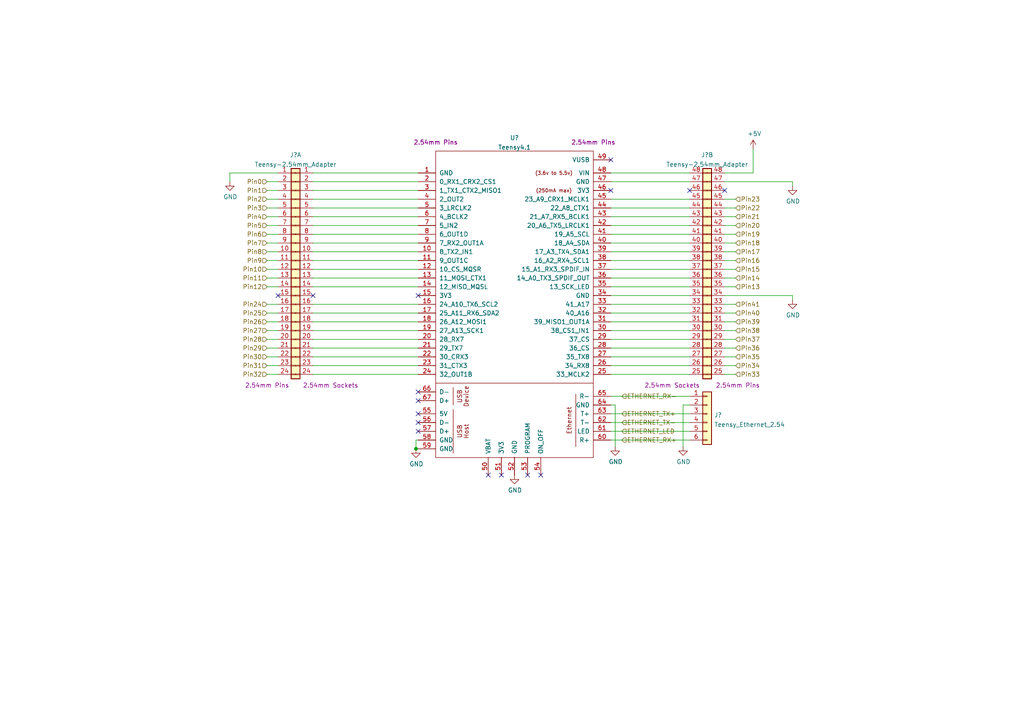
<source format=kicad_sch>
(kicad_sch (version 20211123) (generator eeschema)
  (paper "A4")
  (lib_symbols
    (symbol "Connector_Generic:Conn_01x06" (pin_names (offset 1.016) hide)
      (property "Reference" "J" (at 0 7.62 0))
      (property "Value" "Conn_01x06" (at 0 -10.16 0))
      (symbol "Conn_01x06_1_1"
        (rectangle (start -1.27 -7.493) (end 0 -7.747) (stroke (width 0.1524)))
        (rectangle (start -1.27 -4.953) (end 0 -5.207) (stroke (width 0.1524)))
        (rectangle (start -1.27 -2.413) (end 0 -2.667) (stroke (width 0.1524)))
        (rectangle (start -1.27 0.127) (end 0 -0.127) (stroke (width 0.1524)))
        (rectangle (start -1.27 2.667) (end 0 2.413) (stroke (width 0.1524)))
        (rectangle (start -1.27 5.207) (end 0 4.953) (stroke (width 0.1524)))
        (rectangle (start -1.27 6.35) (end 1.27 -8.89) (stroke (width 0.254)) (fill (type background)))
        (pin passive line (at -5.08 5.08 0) (length 3.81) (name "Pin_1") (number "1"))
        (pin passive line (at -5.08 2.54 0) (length 3.81) (name "Pin_2") (number "2"))
        (pin passive line (at -5.08 0 0) (length 3.81) (name "Pin_3") (number "3"))
        (pin passive line (at -5.08 -2.54 0) (length 3.81) (name "Pin_4") (number "4"))
        (pin passive line (at -5.08 -5.08 0) (length 3.81) (name "Pin_5") (number "5"))
        (pin passive line (at -5.08 -7.62 0) (length 3.81) (name "Pin_6") (number "6"))
      )
    )
    (symbol "Nav_Board:Teensy-2.54mm_Adapter"
      (property "Reference" "J" (at 0 1.905 0))
      (property "Value" "Teensy-2.54mm_Adapter" (at 0 4.445 0))
      (symbol "Teensy-2.54mm_Adapter_1_1"
        (rectangle (start -1.27 -60.96) (end 1.27 0) (stroke (width 0.254)) (fill (type background)))
        (rectangle (start -1.27 -59.563) (end 0 -59.817) (stroke (width 0.1524)))
        (rectangle (start -1.27 -57.023) (end 0 -57.277) (stroke (width 0.1524)))
        (rectangle (start -1.27 -54.483) (end 0 -54.737) (stroke (width 0.1524)))
        (rectangle (start -1.27 -51.943) (end 0 -52.197) (stroke (width 0.1524)))
        (rectangle (start -1.27 -49.403) (end 0 -49.657) (stroke (width 0.1524)))
        (rectangle (start -1.27 -46.863) (end 0 -47.117) (stroke (width 0.1524)))
        (rectangle (start -1.27 -44.323) (end 0 -44.577) (stroke (width 0.1524)))
        (rectangle (start -1.27 -41.783) (end 0 -42.037) (stroke (width 0.1524)))
        (rectangle (start -1.27 -39.243) (end 0 -39.497) (stroke (width 0.1524)))
        (rectangle (start -1.27 -36.703) (end 0 -36.957) (stroke (width 0.1524)))
        (rectangle (start -1.27 -34.163) (end 0 -34.417) (stroke (width 0.1524)))
        (rectangle (start -1.27 -31.623) (end 0 -31.877) (stroke (width 0.1524)))
        (rectangle (start -1.27 -29.083) (end 0 -29.337) (stroke (width 0.1524)))
        (rectangle (start -1.27 -26.543) (end 0 -26.797) (stroke (width 0.1524)))
        (rectangle (start -1.27 -24.003) (end 0 -24.257) (stroke (width 0.1524)))
        (rectangle (start -1.27 -21.463) (end 0 -21.717) (stroke (width 0.1524)))
        (rectangle (start -1.27 -18.923) (end 0 -19.177) (stroke (width 0.1524)))
        (rectangle (start -1.27 -16.383) (end 0 -16.637) (stroke (width 0.1524)))
        (rectangle (start -1.27 -13.843) (end 0 -14.097) (stroke (width 0.1524)))
        (rectangle (start -1.27 -11.303) (end 0 -11.557) (stroke (width 0.1524)))
        (rectangle (start -1.27 -8.763) (end 0 -9.017) (stroke (width 0.1524)))
        (rectangle (start -1.27 -6.223) (end 0 -6.477) (stroke (width 0.1524)))
        (rectangle (start -1.27 -3.683) (end 0 -3.937) (stroke (width 0.1524)))
        (rectangle (start -1.27 -1.143) (end 0 -1.397) (stroke (width 0.1524)))
        (rectangle (start -1.27 0) (end 1.27 -60.96) (stroke (width 0.254)) (fill (type background)))
        (rectangle (start 0 -59.817) (end 1.27 -59.563) (stroke (width 0.1524)))
        (rectangle (start 0 -57.277) (end 1.27 -57.023) (stroke (width 0.1524)))
        (rectangle (start 0 -54.737) (end 1.27 -54.483) (stroke (width 0.1524)))
        (rectangle (start 0 -52.197) (end 1.27 -51.943) (stroke (width 0.1524)))
        (rectangle (start 0 -49.657) (end 1.27 -49.403) (stroke (width 0.1524)))
        (rectangle (start 0 -47.117) (end 1.27 -46.863) (stroke (width 0.1524)))
        (rectangle (start 0 -44.577) (end 1.27 -44.323) (stroke (width 0.1524)))
        (rectangle (start 0 -42.037) (end 1.27 -41.783) (stroke (width 0.1524)))
        (rectangle (start 0 -39.497) (end 1.27 -39.243) (stroke (width 0.1524)))
        (rectangle (start 0 -36.957) (end 1.27 -36.703) (stroke (width 0.1524)))
        (rectangle (start 0 -34.417) (end 1.27 -34.163) (stroke (width 0.1524)))
        (rectangle (start 0 -31.877) (end 1.27 -31.623) (stroke (width 0.1524)))
        (rectangle (start 0 -29.337) (end 1.27 -29.083) (stroke (width 0.1524)))
        (rectangle (start 0 -26.797) (end 1.27 -26.543) (stroke (width 0.1524)))
        (rectangle (start 0 -24.257) (end 1.27 -24.003) (stroke (width 0.1524)))
        (rectangle (start 0 -21.717) (end 1.27 -21.463) (stroke (width 0.1524)))
        (rectangle (start 0 -19.177) (end 1.27 -18.923) (stroke (width 0.1524)))
        (rectangle (start 0 -16.637) (end 1.27 -16.383) (stroke (width 0.1524)))
        (rectangle (start 0 -14.097) (end 1.27 -13.843) (stroke (width 0.1524)))
        (rectangle (start 0 -11.557) (end 1.27 -11.303) (stroke (width 0.1524)))
        (rectangle (start 0 -9.017) (end 1.27 -8.763) (stroke (width 0.1524)))
        (rectangle (start 0 -6.477) (end 1.27 -6.223) (stroke (width 0.1524)))
        (rectangle (start 0 -3.937) (end 1.27 -3.683) (stroke (width 0.1524)))
        (rectangle (start 0 -1.397) (end 1.27 -1.143) (stroke (width 0.1524)))
        (pin passive line (at -5.08 -1.27 0) (length 3.81) (name "") (number "1"))
        (pin passive line (at 5.08 -1.27 180) (length 3.81) (name "") (number "1"))
        (pin passive line (at -5.08 -24.13 0) (length 3.81) (name "") (number "10"))
        (pin passive line (at 5.08 -24.13 180) (length 3.81) (name "") (number "10"))
        (pin passive line (at -5.08 -26.67 0) (length 3.81) (name "") (number "11"))
        (pin passive line (at 5.08 -26.67 180) (length 3.81) (name "") (number "11"))
        (pin passive line (at -5.08 -29.21 0) (length 3.81) (name "") (number "12"))
        (pin passive line (at 5.08 -29.21 180) (length 3.81) (name "") (number "12"))
        (pin passive line (at -5.08 -31.75 0) (length 3.81) (name "") (number "13"))
        (pin passive line (at 5.08 -31.75 180) (length 3.81) (name "") (number "13"))
        (pin passive line (at -5.08 -34.29 0) (length 3.81) (name "") (number "14"))
        (pin passive line (at 5.08 -34.29 180) (length 3.81) (name "") (number "14"))
        (pin passive line (at -5.08 -36.83 0) (length 3.81) (name "") (number "15"))
        (pin passive line (at 5.08 -36.83 180) (length 3.81) (name "") (number "15"))
        (pin passive line (at -5.08 -39.37 0) (length 3.81) (name "") (number "16"))
        (pin passive line (at 5.08 -39.37 180) (length 3.81) (name "") (number "16"))
        (pin passive line (at -5.08 -41.91 0) (length 3.81) (name "") (number "17"))
        (pin passive line (at 5.08 -41.91 180) (length 3.81) (name "") (number "17"))
        (pin passive line (at -5.08 -44.45 0) (length 3.81) (name "") (number "18"))
        (pin passive line (at 5.08 -44.45 180) (length 3.81) (name "") (number "18"))
        (pin passive line (at -5.08 -46.99 0) (length 3.81) (name "") (number "19"))
        (pin passive line (at 5.08 -46.99 180) (length 3.81) (name "") (number "19"))
        (pin passive line (at -5.08 -3.81 0) (length 3.81) (name "") (number "2"))
        (pin passive line (at 5.08 -3.81 180) (length 3.81) (name "") (number "2"))
        (pin passive line (at -5.08 -49.53 0) (length 3.81) (name "") (number "20"))
        (pin passive line (at 5.08 -49.53 180) (length 3.81) (name "") (number "20"))
        (pin passive line (at -5.08 -52.07 0) (length 3.81) (name "") (number "21"))
        (pin passive line (at 5.08 -52.07 180) (length 3.81) (name "") (number "21"))
        (pin passive line (at -5.08 -54.61 0) (length 3.81) (name "") (number "22"))
        (pin passive line (at 5.08 -54.61 180) (length 3.81) (name "") (number "22"))
        (pin passive line (at -5.08 -57.15 0) (length 3.81) (name "") (number "23"))
        (pin passive line (at 5.08 -57.15 180) (length 3.81) (name "") (number "23"))
        (pin passive line (at -5.08 -59.69 0) (length 3.81) (name "") (number "24"))
        (pin passive line (at 5.08 -59.69 180) (length 3.81) (name "") (number "24"))
        (pin passive line (at -5.08 -6.35 0) (length 3.81) (name "") (number "3"))
        (pin passive line (at 5.08 -6.35 180) (length 3.81) (name "") (number "3"))
        (pin passive line (at -5.08 -8.89 0) (length 3.81) (name "") (number "4"))
        (pin passive line (at 5.08 -8.89 180) (length 3.81) (name "") (number "4"))
        (pin passive line (at -5.08 -11.43 0) (length 3.81) (name "") (number "5"))
        (pin passive line (at 5.08 -11.43 180) (length 3.81) (name "") (number "5"))
        (pin passive line (at -5.08 -13.97 0) (length 3.81) (name "") (number "6"))
        (pin passive line (at 5.08 -13.97 180) (length 3.81) (name "") (number "6"))
        (pin passive line (at -5.08 -16.51 0) (length 3.81) (name "") (number "7"))
        (pin passive line (at 5.08 -16.51 180) (length 3.81) (name "") (number "7"))
        (pin passive line (at -5.08 -19.05 0) (length 3.81) (name "") (number "8"))
        (pin passive line (at 5.08 -19.05 180) (length 3.81) (name "") (number "8"))
        (pin passive line (at -5.08 -21.59 0) (length 3.81) (name "") (number "9"))
        (pin passive line (at 5.08 -21.59 180) (length 3.81) (name "") (number "9"))
      )
      (symbol "Teensy-2.54mm_Adapter_2_1"
        (rectangle (start -1.27 -60.96) (end 1.27 0) (stroke (width 0.254)) (fill (type background)))
        (rectangle (start -1.27 -59.563) (end 0 -59.817) (stroke (width 0.1524)))
        (rectangle (start -1.27 -57.023) (end 0 -57.277) (stroke (width 0.1524)))
        (rectangle (start -1.27 -54.483) (end 0 -54.737) (stroke (width 0.1524)))
        (rectangle (start -1.27 -51.943) (end 0 -52.197) (stroke (width 0.1524)))
        (rectangle (start -1.27 -49.403) (end 0 -49.657) (stroke (width 0.1524)))
        (rectangle (start -1.27 -46.863) (end 0 -47.117) (stroke (width 0.1524)))
        (rectangle (start -1.27 -44.323) (end 0 -44.577) (stroke (width 0.1524)))
        (rectangle (start -1.27 -41.783) (end 0 -42.037) (stroke (width 0.1524)))
        (rectangle (start -1.27 -39.243) (end 0 -39.497) (stroke (width 0.1524)))
        (rectangle (start -1.27 -36.703) (end 0 -36.957) (stroke (width 0.1524)))
        (rectangle (start -1.27 -34.163) (end 0 -34.417) (stroke (width 0.1524)))
        (rectangle (start -1.27 -31.623) (end 0 -31.877) (stroke (width 0.1524)))
        (rectangle (start -1.27 -29.083) (end 0 -29.337) (stroke (width 0.1524)))
        (rectangle (start -1.27 -26.543) (end 0 -26.797) (stroke (width 0.1524)))
        (rectangle (start -1.27 -24.003) (end 0 -24.257) (stroke (width 0.1524)))
        (rectangle (start -1.27 -21.463) (end 0 -21.717) (stroke (width 0.1524)))
        (rectangle (start -1.27 -18.923) (end 0 -19.177) (stroke (width 0.1524)))
        (rectangle (start -1.27 -16.383) (end 0 -16.637) (stroke (width 0.1524)))
        (rectangle (start -1.27 -13.843) (end 0 -14.097) (stroke (width 0.1524)))
        (rectangle (start -1.27 -11.303) (end 0 -11.557) (stroke (width 0.1524)))
        (rectangle (start -1.27 -8.763) (end 0 -9.017) (stroke (width 0.1524)))
        (rectangle (start -1.27 -6.223) (end 0 -6.477) (stroke (width 0.1524)))
        (rectangle (start -1.27 -3.683) (end 0 -3.937) (stroke (width 0.1524)))
        (rectangle (start -1.27 -1.143) (end 0 -1.397) (stroke (width 0.1524)))
        (rectangle (start -1.27 0) (end 1.27 -60.96) (stroke (width 0.254)) (fill (type background)))
        (rectangle (start 0 -59.817) (end 1.27 -59.563) (stroke (width 0.1524)))
        (rectangle (start 0 -57.277) (end 1.27 -57.023) (stroke (width 0.1524)))
        (rectangle (start 0 -54.737) (end 1.27 -54.483) (stroke (width 0.1524)))
        (rectangle (start 0 -52.197) (end 1.27 -51.943) (stroke (width 0.1524)))
        (rectangle (start 0 -49.657) (end 1.27 -49.403) (stroke (width 0.1524)))
        (rectangle (start 0 -47.117) (end 1.27 -46.863) (stroke (width 0.1524)))
        (rectangle (start 0 -44.577) (end 1.27 -44.323) (stroke (width 0.1524)))
        (rectangle (start 0 -42.037) (end 1.27 -41.783) (stroke (width 0.1524)))
        (rectangle (start 0 -39.497) (end 1.27 -39.243) (stroke (width 0.1524)))
        (rectangle (start 0 -36.957) (end 1.27 -36.703) (stroke (width 0.1524)))
        (rectangle (start 0 -34.417) (end 1.27 -34.163) (stroke (width 0.1524)))
        (rectangle (start 0 -31.877) (end 1.27 -31.623) (stroke (width 0.1524)))
        (rectangle (start 0 -29.337) (end 1.27 -29.083) (stroke (width 0.1524)))
        (rectangle (start 0 -26.797) (end 1.27 -26.543) (stroke (width 0.1524)))
        (rectangle (start 0 -24.257) (end 1.27 -24.003) (stroke (width 0.1524)))
        (rectangle (start 0 -21.717) (end 1.27 -21.463) (stroke (width 0.1524)))
        (rectangle (start 0 -19.177) (end 1.27 -18.923) (stroke (width 0.1524)))
        (rectangle (start 0 -16.637) (end 1.27 -16.383) (stroke (width 0.1524)))
        (rectangle (start 0 -14.097) (end 1.27 -13.843) (stroke (width 0.1524)))
        (rectangle (start 0 -11.557) (end 1.27 -11.303) (stroke (width 0.1524)))
        (rectangle (start 0 -9.017) (end 1.27 -8.763) (stroke (width 0.1524)))
        (rectangle (start 0 -6.477) (end 1.27 -6.223) (stroke (width 0.1524)))
        (rectangle (start 0 -3.937) (end 1.27 -3.683) (stroke (width 0.1524)))
        (rectangle (start 0 -1.397) (end 1.27 -1.143) (stroke (width 0.1524)))
        (pin passive line (at -5.08 -59.69 0) (length 3.81) (name "") (number "25"))
        (pin passive line (at 5.08 -59.69 180) (length 3.81) (name "") (number "25"))
        (pin passive line (at -5.08 -57.15 0) (length 3.81) (name "") (number "26"))
        (pin passive line (at 5.08 -57.15 180) (length 3.81) (name "") (number "26"))
        (pin passive line (at -5.08 -54.61 0) (length 3.81) (name "") (number "27"))
        (pin passive line (at 5.08 -54.61 180) (length 3.81) (name "") (number "27"))
        (pin passive line (at -5.08 -52.07 0) (length 3.81) (name "") (number "28"))
        (pin passive line (at 5.08 -52.07 180) (length 3.81) (name "") (number "28"))
        (pin passive line (at -5.08 -49.53 0) (length 3.81) (name "") (number "29"))
        (pin passive line (at 5.08 -49.53 180) (length 3.81) (name "") (number "29"))
        (pin passive line (at -5.08 -46.99 0) (length 3.81) (name "") (number "30"))
        (pin passive line (at 5.08 -46.99 180) (length 3.81) (name "") (number "30"))
        (pin passive line (at -5.08 -44.45 0) (length 3.81) (name "") (number "31"))
        (pin passive line (at 5.08 -44.45 180) (length 3.81) (name "") (number "31"))
        (pin passive line (at -5.08 -41.91 0) (length 3.81) (name "") (number "32"))
        (pin passive line (at 5.08 -41.91 180) (length 3.81) (name "") (number "32"))
        (pin passive line (at -5.08 -39.37 0) (length 3.81) (name "") (number "33"))
        (pin passive line (at 5.08 -39.37 180) (length 3.81) (name "") (number "33"))
        (pin passive line (at -5.08 -36.83 0) (length 3.81) (name "") (number "34"))
        (pin passive line (at 5.08 -36.83 180) (length 3.81) (name "") (number "34"))
        (pin passive line (at -5.08 -34.29 0) (length 3.81) (name "") (number "35"))
        (pin passive line (at 5.08 -34.29 180) (length 3.81) (name "") (number "35"))
        (pin passive line (at -5.08 -31.75 0) (length 3.81) (name "") (number "36"))
        (pin passive line (at 5.08 -31.75 180) (length 3.81) (name "") (number "36"))
        (pin passive line (at -5.08 -29.21 0) (length 3.81) (name "") (number "37"))
        (pin passive line (at 5.08 -29.21 180) (length 3.81) (name "") (number "37"))
        (pin passive line (at -5.08 -26.67 0) (length 3.81) (name "") (number "38"))
        (pin passive line (at 5.08 -26.67 180) (length 3.81) (name "") (number "38"))
        (pin passive line (at -5.08 -24.13 0) (length 3.81) (name "") (number "39"))
        (pin passive line (at 5.08 -24.13 180) (length 3.81) (name "") (number "39"))
        (pin passive line (at -5.08 -21.59 0) (length 3.81) (name "") (number "40"))
        (pin passive line (at 5.08 -21.59 180) (length 3.81) (name "") (number "40"))
        (pin passive line (at -5.08 -19.05 0) (length 3.81) (name "") (number "41"))
        (pin passive line (at 5.08 -19.05 180) (length 3.81) (name "") (number "41"))
        (pin passive line (at -5.08 -16.51 0) (length 3.81) (name "") (number "42"))
        (pin passive line (at 5.08 -16.51 180) (length 3.81) (name "") (number "42"))
        (pin passive line (at -5.08 -13.97 0) (length 3.81) (name "") (number "43"))
        (pin passive line (at 5.08 -13.97 180) (length 3.81) (name "") (number "43"))
        (pin passive line (at -5.08 -11.43 0) (length 3.81) (name "") (number "44"))
        (pin passive line (at 5.08 -11.43 180) (length 3.81) (name "") (number "44"))
        (pin passive line (at -5.08 -8.89 0) (length 3.81) (name "") (number "45"))
        (pin passive line (at 5.08 -8.89 180) (length 3.81) (name "") (number "45"))
        (pin passive line (at -5.08 -6.35 0) (length 3.81) (name "") (number "46"))
        (pin passive line (at 5.08 -6.35 180) (length 3.81) (name "") (number "46"))
        (pin passive line (at -5.08 -3.81 0) (length 3.81) (name "") (number "47"))
        (pin passive line (at 5.08 -3.81 180) (length 3.81) (name "") (number "47"))
        (pin passive line (at -5.08 -1.27 0) (length 3.81) (name "") (number "48"))
        (pin passive line (at 5.08 -1.27 180) (length 3.81) (name "") (number "48"))
      )
    )
    (symbol "power:+5V" (power) (pin_names (offset 0))
      (property "Value" "+5V" (at 0 3.556 0))
      (symbol "+5V_0_1"
        (polyline (pts (xy -0.762 1.27) (xy 0 2.54)))
        (polyline (pts (xy 0 0) (xy 0 2.54)))
        (polyline (pts (xy 0 2.54) (xy 0.762 1.27)))
      )
      (symbol "+5V_1_1"
        (pin power_in line (at 0 0 90) (length 0) hide (name "+5V") (number "1"))
      )
    )
    (symbol "power:GND" (power) (pin_names (offset 0))
      (property "Value" "GND" (at 0 -3.81 0))
      (symbol "GND_0_1"
        (polyline (pts (xy 0 0) (xy 0 -1.27) (xy 1.27 -1.27) (xy 0 -2.54) (xy -1.27 -1.27) (xy 0 -1.27)))
      )
      (symbol "GND_1_1"
        (pin power_in line (at 0 0 270) (length 0) hide (name "GND") (number "1"))
      )
    )
    (symbol "teensy:Teensy4.1" (pin_names (offset 1.016))
      (property "Reference" "U" (at 0 64.77 0))
      (property "Value" "Teensy4.1" (at 0 62.23 0))
      (symbol "Teensy4.1_0_0"
        (polyline (pts (xy -22.86 -6.35) (xy 22.86 -6.35)))
        (polyline (pts (xy -17.78 -26.67) (xy -17.78 -13.97)))
        (polyline (pts (xy -17.78 -7.62) (xy -17.78 -12.7)))
        (polyline (pts (xy 17.78 -9.525) (xy 17.78 -24.765)))
        (text "(250mA max)" (at 11.43 49.53 0) (effects (font (size 1.016 1.016))))
        (text "(3.6v to 5.5v)" (at 11.43 54.61 0) (effects (font (size 1.016 1.016))))
        (text "Device" (at -13.97 -10.16 900) (effects (font (size 1.27 1.27))))
        (text "Ethernet" (at 15.875 -17.145 900) (effects (font (size 1.27 1.27))))
        (text "Host" (at -13.97 -20.32 900) (effects (font (size 1.27 1.27))))
        (text "USB" (at -15.875 -20.32 900) (effects (font (size 1.27 1.27))))
        (text "USB" (at -15.875 -10.16 900) (effects (font (size 1.27 1.27))))
        (pin bidirectional line (at -27.94 31.75 0) (length 5.08) (name "8_TX2_IN1") (number "10"))
        (pin bidirectional line (at -27.94 29.21 0) (length 5.08) (name "9_OUT1C") (number "11"))
        (pin bidirectional line (at -27.94 26.67 0) (length 5.08) (name "10_CS_MQSR") (number "12"))
        (pin bidirectional line (at -27.94 24.13 0) (length 5.08) (name "11_MOSI_CTX1") (number "13"))
        (pin bidirectional line (at -27.94 21.59 0) (length 5.08) (name "12_MISO_MQSL") (number "14"))
        (pin power_in line (at -27.94 19.05 0) (length 5.08) (name "3V3") (number "15"))
        (pin bidirectional line (at -27.94 16.51 0) (length 5.08) (name "24_A10_TX6_SCL2") (number "16"))
        (pin bidirectional line (at -27.94 13.97 0) (length 5.08) (name "25_A11_RX6_SDA2") (number "17"))
        (pin bidirectional line (at -27.94 11.43 0) (length 5.08) (name "26_A12_MOSI1") (number "18"))
        (pin bidirectional line (at -27.94 8.89 0) (length 5.08) (name "27_A13_SCK1") (number "19"))
        (pin bidirectional line (at -27.94 6.35 0) (length 5.08) (name "28_RX7") (number "20"))
        (pin bidirectional line (at -27.94 3.81 0) (length 5.08) (name "29_TX7") (number "21"))
        (pin bidirectional line (at -27.94 1.27 0) (length 5.08) (name "30_CRX3") (number "22"))
        (pin bidirectional line (at -27.94 -1.27 0) (length 5.08) (name "31_CTX3") (number "23"))
        (pin bidirectional line (at -27.94 -3.81 0) (length 5.08) (name "32_OUT1B") (number "24"))
        (pin bidirectional line (at 27.94 -3.81 180) (length 5.08) (name "33_MCLK2") (number "25"))
        (pin bidirectional line (at 27.94 -1.27 180) (length 5.08) (name "34_RX8") (number "26"))
        (pin bidirectional line (at 27.94 1.27 180) (length 5.08) (name "35_TX8") (number "27"))
        (pin bidirectional line (at 27.94 3.81 180) (length 5.08) (name "36_CS") (number "28"))
        (pin bidirectional line (at 27.94 6.35 180) (length 5.08) (name "37_CS") (number "29"))
        (pin bidirectional line (at 27.94 8.89 180) (length 5.08) (name "38_CS1_IN1") (number "30"))
        (pin bidirectional line (at 27.94 11.43 180) (length 5.08) (name "39_MISO1_OUT1A") (number "31"))
        (pin bidirectional line (at 27.94 13.97 180) (length 5.08) (name "40_A16") (number "32"))
        (pin bidirectional line (at 27.94 16.51 180) (length 5.08) (name "41_A17") (number "33"))
        (pin bidirectional line (at 27.94 21.59 180) (length 5.08) (name "13_SCK_LED") (number "35"))
        (pin bidirectional line (at 27.94 24.13 180) (length 5.08) (name "14_A0_TX3_SPDIF_OUT") (number "36"))
        (pin bidirectional line (at 27.94 26.67 180) (length 5.08) (name "15_A1_RX3_SPDIF_IN") (number "37"))
        (pin bidirectional line (at 27.94 29.21 180) (length 5.08) (name "16_A2_RX4_SCL1") (number "38"))
        (pin bidirectional line (at 27.94 31.75 180) (length 5.08) (name "17_A3_TX4_SDA1") (number "39"))
        (pin bidirectional line (at 27.94 34.29 180) (length 5.08) (name "18_A4_SDA") (number "40"))
        (pin bidirectional line (at 27.94 36.83 180) (length 5.08) (name "19_A5_SCL") (number "41"))
        (pin bidirectional line (at 27.94 39.37 180) (length 5.08) (name "20_A6_TX5_LRCLK1") (number "42"))
        (pin bidirectional line (at 27.94 41.91 180) (length 5.08) (name "21_A7_RX5_BCLK1") (number "43"))
        (pin bidirectional line (at 27.94 44.45 180) (length 5.08) (name "22_A8_CTX1") (number "44"))
        (pin bidirectional line (at 27.94 46.99 180) (length 5.08) (name "23_A9_CRX1_MCLK1") (number "45"))
        (pin output line (at 27.94 49.53 180) (length 5.08) (name "3V3") (number "46"))
        (pin output line (at 27.94 52.07 180) (length 5.08) (name "GND") (number "47"))
        (pin power_in line (at 27.94 54.61 180) (length 5.08) (name "VIN") (number "48"))
        (pin power_out line (at 27.94 58.42 180) (length 5.08) (name "VUSB") (number "49"))
        (pin bidirectional line (at -27.94 44.45 0) (length 5.08) (name "3_LRCLK2") (number "5"))
        (pin power_in line (at -7.62 -33.02 90) (length 5.08) (name "VBAT") (number "50"))
        (pin power_in line (at -3.81 -33.02 90) (length 5.08) (name "3V3") (number "51"))
        (pin input line (at 0 -33.02 90) (length 5.08) (name "GND") (number "52"))
        (pin input line (at 3.81 -33.02 90) (length 5.08) (name "PROGRAM") (number "53"))
        (pin input line (at 7.62 -33.02 90) (length 5.08) (name "ON_OFF") (number "54"))
        (pin power_out line (at -27.94 -15.24 0) (length 5.08) (name "5V") (number "55"))
        (pin bidirectional line (at -27.94 -17.78 0) (length 5.08) (name "D-") (number "56"))
        (pin bidirectional line (at -27.94 -20.32 0) (length 5.08) (name "D+") (number "57"))
        (pin power_in line (at -27.94 -22.86 0) (length 5.08) (name "GND") (number "58"))
        (pin power_in line (at -27.94 -25.4 0) (length 5.08) (name "GND") (number "59"))
        (pin bidirectional line (at -27.94 41.91 0) (length 5.08) (name "4_BCLK2") (number "6"))
        (pin bidirectional line (at 27.94 -22.86 180) (length 5.08) (name "R+") (number "60"))
        (pin bidirectional line (at 27.94 -20.32 180) (length 5.08) (name "LED") (number "61"))
        (pin bidirectional line (at 27.94 -17.78 180) (length 5.08) (name "T-") (number "62"))
        (pin bidirectional line (at 27.94 -15.24 180) (length 5.08) (name "T+") (number "63"))
        (pin power_in line (at 27.94 -12.7 180) (length 5.08) (name "GND") (number "64"))
        (pin bidirectional line (at 27.94 -10.16 180) (length 5.08) (name "R-") (number "65"))
        (pin bidirectional line (at -27.94 -8.89 0) (length 5.08) (name "D-") (number "66"))
        (pin bidirectional line (at -27.94 -11.43 0) (length 5.08) (name "D+") (number "67"))
        (pin bidirectional line (at -27.94 39.37 0) (length 5.08) (name "5_IN2") (number "7"))
        (pin bidirectional line (at -27.94 36.83 0) (length 5.08) (name "6_OUT1D") (number "8"))
        (pin bidirectional line (at -27.94 34.29 0) (length 5.08) (name "7_RX2_OUT1A") (number "9"))
      )
      (symbol "Teensy4.1_0_1"
        (rectangle (start -22.86 60.96) (end 22.86 -27.94))
        (rectangle (start -20.32 -1.27) (end -20.32 -1.27))
      )
      (symbol "Teensy4.1_1_1"
        (pin power_in line (at -27.94 54.61 0) (length 5.08) (name "GND") (number "1"))
        (pin bidirectional line (at -27.94 52.07 0) (length 5.08) (name "0_RX1_CRX2_CS1") (number "2"))
        (pin bidirectional line (at -27.94 49.53 0) (length 5.08) (name "1_TX1_CTX2_MISO1") (number "3"))
        (pin power_in line (at 27.94 19.05 180) (length 5.08) (name "GND") (number "34"))
        (pin bidirectional line (at -27.94 46.99 0) (length 5.08) (name "2_OUT2") (number "4"))
      )
    )
  )
  (junction (at 120.65 130.175))
  (no_connect (at 177.165 55.245))
  (no_connect (at 121.285 85.725))
  (no_connect (at 121.285 120.015))
  (no_connect (at 121.285 113.665))
  (no_connect (at 121.285 122.555))
  (no_connect (at 121.285 125.095))
  (no_connect (at 121.285 116.205))
  (no_connect (at 177.165 46.355))
  (no_connect (at 156.845 137.795))
  (no_connect (at 153.035 137.795))
  (no_connect (at 145.415 137.795))
  (no_connect (at 141.605 137.795))
  (no_connect (at 80.645 85.725))
  (no_connect (at 90.805 85.725))
  (no_connect (at 210.185 55.245))
  (no_connect (at 200.025 55.245))
  (wire (pts (xy 210.185 73.025) (xy 213.36 73.025)))
  (wire (pts (xy 177.165 83.185) (xy 200.025 83.185)))
  (wire (pts (xy 77.47 106.045) (xy 80.645 106.045)))
  (wire (pts (xy 177.165 98.425) (xy 200.025 98.425)))
  (wire (pts (xy 90.805 108.585) (xy 121.285 108.585)))
  (wire (pts (xy 77.47 52.705) (xy 80.645 52.705)))
  (wire (pts (xy 90.805 90.805) (xy 121.285 90.805)))
  (wire (pts (xy 77.47 108.585) (xy 80.645 108.585)))
  (wire (pts (xy 218.44 43.18) (xy 218.44 50.165)))
  (wire (pts (xy 90.805 52.705) (xy 121.285 52.705)))
  (wire (pts (xy 177.165 125.095) (xy 200.025 125.095)))
  (wire (pts (xy 177.165 120.015) (xy 200.025 120.015)))
  (wire (pts (xy 66.675 50.165) (xy 66.675 52.705)))
  (wire (pts (xy 177.165 85.725) (xy 200.025 85.725)))
  (wire (pts (xy 77.47 62.865) (xy 80.645 62.865)))
  (wire (pts (xy 210.185 67.945) (xy 213.36 67.945)))
  (wire (pts (xy 90.805 75.565) (xy 121.285 75.565)))
  (wire (pts (xy 90.805 50.165) (xy 121.285 50.165)))
  (wire (pts (xy 177.165 106.045) (xy 200.025 106.045)))
  (wire (pts (xy 90.805 57.785) (xy 121.285 57.785)))
  (wire (pts (xy 210.185 70.485) (xy 213.36 70.485)))
  (wire (pts (xy 120.65 130.175) (xy 121.285 130.175)))
  (wire (pts (xy 177.165 62.865) (xy 200.025 62.865)))
  (wire (pts (xy 121.285 127.635) (xy 120.65 127.635)))
  (wire (pts (xy 210.185 60.325) (xy 213.36 60.325)))
  (wire (pts (xy 77.47 83.185) (xy 80.645 83.185)))
  (wire (pts (xy 77.47 88.265) (xy 80.645 88.265)))
  (wire (pts (xy 120.65 127.635) (xy 120.65 130.175)))
  (wire (pts (xy 177.165 78.105) (xy 200.025 78.105)))
  (wire (pts (xy 77.47 65.405) (xy 80.645 65.405)))
  (wire (pts (xy 177.165 90.805) (xy 200.025 90.805)))
  (wire (pts (xy 77.47 55.245) (xy 80.645 55.245)))
  (wire (pts (xy 90.805 70.485) (xy 121.285 70.485)))
  (wire (pts (xy 210.185 52.705) (xy 229.87 52.705)))
  (wire (pts (xy 90.805 103.505) (xy 121.285 103.505)))
  (wire (pts (xy 77.47 78.105) (xy 80.645 78.105)))
  (wire (pts (xy 177.165 103.505) (xy 200.025 103.505)))
  (wire (pts (xy 77.47 70.485) (xy 80.645 70.485)))
  (wire (pts (xy 210.185 98.425) (xy 213.36 98.425)))
  (wire (pts (xy 90.805 100.965) (xy 121.285 100.965)))
  (wire (pts (xy 177.165 52.705) (xy 200.025 52.705)))
  (wire (pts (xy 77.47 98.425) (xy 80.645 98.425)))
  (wire (pts (xy 77.47 67.945) (xy 80.645 67.945)))
  (wire (pts (xy 229.87 52.705) (xy 229.87 53.975)))
  (wire (pts (xy 210.185 93.345) (xy 213.36 93.345)))
  (wire (pts (xy 177.165 67.945) (xy 200.025 67.945)))
  (wire (pts (xy 90.805 73.025) (xy 121.285 73.025)))
  (wire (pts (xy 77.47 75.565) (xy 80.645 75.565)))
  (wire (pts (xy 210.185 78.105) (xy 213.36 78.105)))
  (wire (pts (xy 77.47 60.325) (xy 80.645 60.325)))
  (wire (pts (xy 210.185 100.965) (xy 213.36 100.965)))
  (wire (pts (xy 90.805 83.185) (xy 121.285 83.185)))
  (wire (pts (xy 77.47 93.345) (xy 80.645 93.345)))
  (wire (pts (xy 90.805 60.325) (xy 121.285 60.325)))
  (wire (pts (xy 177.165 122.555) (xy 200.025 122.555)))
  (wire (pts (xy 77.47 100.965) (xy 80.645 100.965)))
  (wire (pts (xy 77.47 80.645) (xy 80.645 80.645)))
  (wire (pts (xy 177.165 80.645) (xy 200.025 80.645)))
  (wire (pts (xy 178.435 129.54) (xy 178.435 117.475)))
  (wire (pts (xy 210.185 65.405) (xy 213.36 65.405)))
  (wire (pts (xy 90.805 62.865) (xy 121.285 62.865)))
  (wire (pts (xy 210.185 83.185) (xy 213.36 83.185)))
  (wire (pts (xy 90.805 80.645) (xy 121.285 80.645)))
  (wire (pts (xy 77.47 95.885) (xy 80.645 95.885)))
  (wire (pts (xy 177.165 73.025) (xy 200.025 73.025)))
  (wire (pts (xy 210.185 75.565) (xy 213.36 75.565)))
  (wire (pts (xy 77.47 73.025) (xy 80.645 73.025)))
  (wire (pts (xy 77.47 57.785) (xy 80.645 57.785)))
  (wire (pts (xy 198.12 129.54) (xy 198.12 117.475)))
  (wire (pts (xy 210.185 88.265) (xy 213.36 88.265)))
  (wire (pts (xy 77.47 103.505) (xy 80.645 103.505)))
  (wire (pts (xy 210.185 103.505) (xy 213.36 103.505)))
  (wire (pts (xy 177.165 50.165) (xy 200.025 50.165)))
  (wire (pts (xy 177.165 70.485) (xy 200.025 70.485)))
  (wire (pts (xy 177.165 65.405) (xy 200.025 65.405)))
  (wire (pts (xy 177.165 108.585) (xy 200.025 108.585)))
  (wire (pts (xy 90.805 106.045) (xy 121.285 106.045)))
  (wire (pts (xy 210.185 50.165) (xy 218.44 50.165)))
  (wire (pts (xy 210.185 80.645) (xy 213.36 80.645)))
  (wire (pts (xy 177.165 93.345) (xy 200.025 93.345)))
  (wire (pts (xy 177.165 75.565) (xy 200.025 75.565)))
  (wire (pts (xy 177.165 114.935) (xy 200.025 114.935)))
  (wire (pts (xy 210.185 57.785) (xy 213.36 57.785)))
  (wire (pts (xy 177.165 57.785) (xy 200.025 57.785)))
  (wire (pts (xy 77.47 90.805) (xy 80.645 90.805)))
  (wire (pts (xy 210.185 62.865) (xy 213.36 62.865)))
  (wire (pts (xy 210.185 85.725) (xy 229.87 85.725)))
  (wire (pts (xy 177.165 60.325) (xy 200.025 60.325)))
  (wire (pts (xy 210.185 106.045) (xy 213.36 106.045)))
  (wire (pts (xy 66.675 50.165) (xy 80.645 50.165)))
  (wire (pts (xy 90.805 67.945) (xy 121.285 67.945)))
  (wire (pts (xy 229.87 85.725) (xy 229.87 86.995)))
  (wire (pts (xy 178.435 117.475) (xy 177.165 117.475)))
  (wire (pts (xy 90.805 65.405) (xy 121.285 65.405)))
  (wire (pts (xy 90.805 98.425) (xy 121.285 98.425)))
  (wire (pts (xy 90.805 88.265) (xy 121.285 88.265)))
  (wire (pts (xy 210.185 90.805) (xy 213.36 90.805)))
  (wire (pts (xy 90.805 78.105) (xy 121.285 78.105)))
  (wire (pts (xy 90.805 95.885) (xy 121.285 95.885)))
  (wire (pts (xy 177.165 127.635) (xy 200.025 127.635)))
  (wire (pts (xy 198.12 117.475) (xy 200.025 117.475)))
  (wire (pts (xy 210.185 95.885) (xy 213.36 95.885)))
  (wire (pts (xy 210.185 108.585) (xy 213.36 108.585)))
  (wire (pts (xy 90.805 93.345) (xy 121.285 93.345)))
  (wire (pts (xy 177.165 100.965) (xy 200.025 100.965)))
  (wire (pts (xy 90.805 55.245) (xy 121.285 55.245)))
  (wire (pts (xy 177.165 88.265) (xy 200.025 88.265)))
  (wire (pts (xy 177.165 95.885) (xy 200.025 95.885)))
  (hierarchical_label "Pin28" (shape input) (at 77.47 98.425 180))
  (hierarchical_label "Pin24" (shape input) (at 77.47 88.265 180))
  (hierarchical_label "ETHERNET_TX+" (shape input) (at 180.34 120.015 0))
  (hierarchical_label "Pin22" (shape input) (at 213.36 60.325 0))
  (hierarchical_label "Pin34" (shape input) (at 213.36 106.045 0))
  (hierarchical_label "Pin14" (shape input) (at 213.36 80.645 0))
  (hierarchical_label "Pin9" (shape input) (at 77.47 75.565 180))
  (hierarchical_label "Pin37" (shape input) (at 213.36 98.425 0))
  (hierarchical_label "Pin31" (shape input) (at 77.47 106.045 180))
  (hierarchical_label "Pin10" (shape input) (at 77.47 78.105 180))
  (hierarchical_label "Pin25" (shape input) (at 77.47 90.805 180))
  (hierarchical_label "Pin15" (shape input) (at 213.36 78.105 0))
  (hierarchical_label "Pin6" (shape input) (at 77.47 67.945 180))
  (hierarchical_label "Pin38" (shape input) (at 213.36 95.885 0))
  (hierarchical_label "Pin26" (shape input) (at 77.47 93.345 180))
  (hierarchical_label "Pin12" (shape input) (at 77.47 83.185 180))
  (hierarchical_label "Pin16" (shape input) (at 213.36 75.565 0))
  (hierarchical_label "Pin11" (shape input) (at 77.47 80.645 180))
  (hierarchical_label "Pin32" (shape input) (at 77.47 108.585 180))
  (hierarchical_label "ETHERNET_RX-" (shape input) (at 180.34 114.935 0))
  (hierarchical_label "Pin2" (shape input) (at 77.47 57.785 180))
  (hierarchical_label "Pin3" (shape input) (at 77.47 60.325 180))
  (hierarchical_label "Pin29" (shape input) (at 77.47 100.965 180))
  (hierarchical_label "Pin7" (shape input) (at 77.47 70.485 180))
  (hierarchical_label "Pin33" (shape input) (at 213.36 108.585 0))
  (hierarchical_label "Pin23" (shape input) (at 213.36 57.785 0))
  (hierarchical_label "Pin19" (shape input) (at 213.36 67.945 0))
  (hierarchical_label "Pin27" (shape input) (at 77.47 95.885 180))
  (hierarchical_label "Pin21" (shape input) (at 213.36 62.865 0))
  (hierarchical_label "ETHERNET_RX+" (shape input) (at 180.34 127.635 0))
  (hierarchical_label "Pin17" (shape input) (at 213.36 73.025 0))
  (hierarchical_label "Pin39" (shape input) (at 213.36 93.345 0))
  (hierarchical_label "Pin5" (shape input) (at 77.47 65.405 180))
  (hierarchical_label "Pin40" (shape input) (at 213.36 90.805 0))
  (hierarchical_label "Pin20" (shape input) (at 213.36 65.405 0))
  (hierarchical_label "Pin13" (shape input) (at 213.36 83.185 0))
  (hierarchical_label "Pin41" (shape input) (at 213.36 88.265 0))
  (hierarchical_label "Pin8" (shape input) (at 77.47 73.025 180))
  (hierarchical_label "Pin18" (shape input) (at 213.36 70.485 0))
  (hierarchical_label "Pin30" (shape input) (at 77.47 103.505 180))
  (hierarchical_label "Pin1" (shape input) (at 77.47 55.245 180))
  (hierarchical_label "Pin4" (shape input) (at 77.47 62.865 180))
  (hierarchical_label "Pin35" (shape input) (at 213.36 103.505 0))
  (hierarchical_label "ETHERNET_TX-" (shape input) (at 180.34 122.555 0))
  (hierarchical_label "ETHERNET_LED" (shape input) (at 180.34 125.095 0))
  (hierarchical_label "Pin36" (shape input) (at 213.36 100.965 0))
  (hierarchical_label "Pin0" (shape input) (at 77.47 52.705 180))
  (symbol (lib_id "power:GND") (at 178.435 129.54 0) (unit 1)
    (property "Reference" "#PWR?" (effects hide))
    (property "Value" "GND" (at 178.562 133.9342 0))
  )
  (symbol (lib_id "power:GND") (at 120.65 130.175 0) (unit 1)
    (property "Reference" "#PWR?" (effects hide))
    (property "Value" "GND" (at 120.777 134.5692 0))
  )
  (symbol (lib_id "power:GND") (at 149.225 137.795 0) (unit 1)
    (property "Reference" "#PWR?" (effects hide))
    (property "Value" "GND" (at 149.352 142.1892 0))
  )
  (symbol (lib_id "Connector_Generic:Conn_01x06") (at 205.105 120.015 0) (unit 1)
    (property "Reference" "J?" (at 207.137 120.3765 0) (effects (justify left)))
    (property "Value" "Teensy_Ethernet_2.54" (at 207.137 123.1516 0) (effects (justify left)))
  )
  (symbol (lib_id "power:+5V") (at 218.44 43.18 0) (unit 1)
    (property "Reference" "#PWR?" (effects hide))
    (property "Value" "+5V" (at 218.821 38.7858 0))
  )
  (symbol (lib_id "power:GND") (at 66.675 52.705 0) (unit 1)
    (property "Reference" "#PWR?" (effects hide))
    (property "Value" "GND" (at 66.802 57.0992 0))
  )
  (symbol (lib_id "Nav_Board:Teensy-2.54mm_Adapter") (at 205.105 48.895 0) (unit 2)
    (property "Reference" "J?" (at 205.105 44.9285 0))
    (property "Value" "Teensy-2.54mm_Adapter" (at 205.105 47.7036 0))
    (property "Footprint" "Nav_Board:Teensy-2.54mm_Adapter" (effects hide))
    (property "Inner Type" "2.54mm Sockets" (at 194.945 111.76 0))
    (property "Outer Type" "2.54mm Pins" (at 213.995 111.76 0))
  )
  (symbol (lib_id "Nav_Board:Teensy-2.54mm_Adapter") (at 85.725 48.895 0) (unit 1)
    (property "Reference" "J?" (at 85.725 44.9285 0))
    (property "Value" "Teensy-2.54mm_Adapter" (at 85.725 47.7036 0))
    (property "Footprint" "Nav_Board:Teensy-2.54mm_Adapter" (effects hide))
    (property "Inner Type" "2.54mm Sockets" (at 95.885 111.76 0))
    (property "Outer Types" "2.54mm Pins" (at 77.47 111.76 0))
  )
  (symbol (lib_id "teensy:Teensy4.1") (at 149.225 104.775 0) (unit 1)
    (property "Reference" "U?" (at 149.225 39.9755 0))
    (property "Value" "Teensy4.1" (at 149.225 42.7506 0))
    (property "Footprint" "teensy:Teensy41" (effects hide))
    (property "Datasheet" "https://www.pjrc.com/store/teensy41.html" (effects hide))
    (property "Left Headers" "2.54mm Pins" (at 126.365 41.275 0))
    (property "Right Headers" "2.54mm Pins" (at 172.085 41.275 0))
  )
  (symbol (lib_id "power:GND") (at 198.12 129.54 0) (unit 1)
    (property "Reference" "#PWR?" (effects hide))
    (property "Value" "GND" (at 198.247 133.9342 0))
  )
  (symbol (lib_id "power:GND") (at 229.87 86.995 0) (unit 1)
    (property "Reference" "#PWR?" (effects hide))
    (property "Value" "GND" (at 229.997 91.3892 0))
  )
  (symbol (lib_id "power:GND") (at 229.87 53.975 0) (unit 1)
    (property "Reference" "#PWR?" (effects hide))
    (property "Value" "GND" (at 229.997 58.3692 0))
  )
)
</source>
